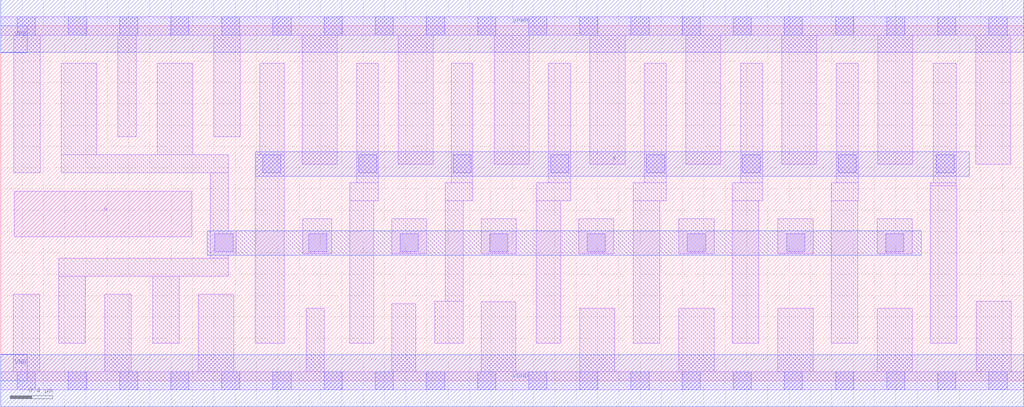
<source format=lef>
# Copyright 2020 The SkyWater PDK Authors
#
# Licensed under the Apache License, Version 2.0 (the "License");
# you may not use this file except in compliance with the License.
# You may obtain a copy of the License at
#
#     https://www.apache.org/licenses/LICENSE-2.0
#
# Unless required by applicable law or agreed to in writing, software
# distributed under the License is distributed on an "AS IS" BASIS,
# WITHOUT WARRANTIES OR CONDITIONS OF ANY KIND, either express or implied.
# See the License for the specific language governing permissions and
# limitations under the License.
#
# SPDX-License-Identifier: Apache-2.0

VERSION 5.5 ;
NAMESCASESENSITIVE ON ;
BUSBITCHARS "[]" ;
DIVIDERCHAR "/" ;
MACRO sky130_fd_sc_ms__clkbuf_16
  CLASS CORE ;
  SOURCE USER ;
  ORIGIN  0.000000  0.000000 ;
  SIZE  9.600000 BY  3.330000 ;
  SYMMETRY X Y ;
  SITE unit ;
  PIN A
    ANTENNAGATEAREA  0.924000 ;
    DIRECTION INPUT ;
    USE SIGNAL ;
    PORT
      LAYER li1 ;
        RECT 0.125000 1.350000 1.795000 1.780000 ;
    END
  END A
  PIN X
    ANTENNADIFFAREA  3.628800 ;
    DIRECTION OUTPUT ;
    USE SIGNAL ;
    PORT
      LAYER met1 ;
        RECT 2.390000 1.920000 9.090000 2.150000 ;
    END
  END X
  PIN VGND
    DIRECTION INOUT ;
    USE GROUND ;
    PORT
      LAYER met1 ;
        RECT 0.000000 -0.245000 9.600000 0.245000 ;
    END
  END VGND
  PIN VNB
    DIRECTION INOUT ;
    USE GROUND ;
    PORT
    END
  END VNB
  PIN VPB
    DIRECTION INOUT ;
    USE POWER ;
    PORT
    END
  END VPB
  PIN VNB
    DIRECTION INOUT ;
    USE GROUND ;
    PORT
      LAYER met1 ;
        RECT 0.000000 0.000000 0.250000 0.250000 ;
    END
  END VNB
  PIN VPB
    DIRECTION INOUT ;
    USE POWER ;
    PORT
      LAYER met1 ;
        RECT 0.000000 3.080000 0.250000 3.330000 ;
    END
  END VPB
  PIN VPWR
    DIRECTION INOUT ;
    USE POWER ;
    PORT
      LAYER met1 ;
        RECT 0.000000 3.085000 9.600000 3.575000 ;
    END
  END VPWR
  OBS
    LAYER li1 ;
      RECT 0.000000 -0.085000 9.600000 0.085000 ;
      RECT 0.000000  3.245000 9.600000 3.415000 ;
      RECT 0.115000  0.085000 0.365000 0.810000 ;
      RECT 0.120000  1.950000 0.370000 3.245000 ;
      RECT 0.545000  0.350000 0.795000 0.980000 ;
      RECT 0.545000  0.980000 2.135000 1.150000 ;
      RECT 0.570000  1.950000 2.135000 2.120000 ;
      RECT 0.570000  2.120000 0.900000 2.980000 ;
      RECT 0.975000  0.085000 1.225000 0.810000 ;
      RECT 1.100000  2.290000 1.270000 3.245000 ;
      RECT 1.425000  0.350000 1.675000 0.980000 ;
      RECT 1.470000  2.120000 1.800000 2.980000 ;
      RECT 1.855000  0.085000 2.185000 0.810000 ;
      RECT 1.965000  1.150000 2.135000 1.180000 ;
      RECT 1.965000  1.180000 2.210000 1.410000 ;
      RECT 1.965000  1.410000 2.135000 1.950000 ;
      RECT 2.000000  2.290000 2.250000 3.245000 ;
      RECT 2.390000  0.350000 2.660000 2.120000 ;
      RECT 2.430000  2.120000 2.660000 2.980000 ;
      RECT 2.830000  2.030000 3.160000 3.245000 ;
      RECT 2.835000  1.190000 3.105000 1.520000 ;
      RECT 2.865000  0.085000 3.035000 0.680000 ;
      RECT 3.275000  0.350000 3.500000 1.690000 ;
      RECT 3.275000  1.690000 3.545000 1.860000 ;
      RECT 3.340000  1.860000 3.545000 2.980000 ;
      RECT 3.670000  0.085000 3.895000 0.725000 ;
      RECT 3.670000  1.190000 4.000000 1.520000 ;
      RECT 3.730000  2.030000 4.060000 3.245000 ;
      RECT 4.075000  0.350000 4.340000 0.745000 ;
      RECT 4.170000  0.745000 4.340000 1.690000 ;
      RECT 4.170000  1.690000 4.430000 1.860000 ;
      RECT 4.230000  1.860000 4.430000 2.980000 ;
      RECT 4.510000  0.085000 4.835000 0.740000 ;
      RECT 4.510000  1.190000 4.840000 1.520000 ;
      RECT 4.630000  2.030000 4.960000 3.245000 ;
      RECT 5.025000  0.350000 5.255000 1.690000 ;
      RECT 5.025000  1.690000 5.350000 1.860000 ;
      RECT 5.140000  1.860000 5.350000 2.980000 ;
      RECT 5.425000  1.190000 5.755000 1.520000 ;
      RECT 5.435000  0.085000 5.765000 0.680000 ;
      RECT 5.530000  2.030000 5.860000 3.245000 ;
      RECT 5.935000  0.350000 6.185000 1.690000 ;
      RECT 5.935000  1.690000 6.245000 1.860000 ;
      RECT 6.040000  1.860000 6.245000 2.980000 ;
      RECT 6.365000  0.085000 6.695000 0.680000 ;
      RECT 6.365000  1.190000 6.695000 1.520000 ;
      RECT 6.430000  2.030000 6.760000 3.245000 ;
      RECT 6.865000  0.350000 7.115000 1.690000 ;
      RECT 6.865000  1.690000 7.150000 1.860000 ;
      RECT 6.945000  1.860000 7.150000 2.980000 ;
      RECT 7.295000  0.085000 7.625000 0.680000 ;
      RECT 7.295000  1.190000 7.625000 1.520000 ;
      RECT 7.330000  2.030000 7.660000 3.245000 ;
      RECT 7.795000  0.350000 8.045000 1.690000 ;
      RECT 7.795000  1.690000 8.050000 1.860000 ;
      RECT 7.840000  1.860000 8.050000 2.980000 ;
      RECT 8.225000  0.085000 8.555000 0.680000 ;
      RECT 8.225000  1.190000 8.555000 1.520000 ;
      RECT 8.230000  2.030000 8.560000 3.245000 ;
      RECT 8.725000  0.350000 8.975000 1.830000 ;
      RECT 8.725000  1.830000 8.970000 1.860000 ;
      RECT 8.750000  1.860000 8.970000 2.980000 ;
      RECT 9.150000  2.030000 9.480000 3.245000 ;
      RECT 9.155000  0.085000 9.485000 0.745000 ;
    LAYER mcon ;
      RECT 0.155000 -0.085000 0.325000 0.085000 ;
      RECT 0.155000  3.245000 0.325000 3.415000 ;
      RECT 0.635000 -0.085000 0.805000 0.085000 ;
      RECT 0.635000  3.245000 0.805000 3.415000 ;
      RECT 1.115000 -0.085000 1.285000 0.085000 ;
      RECT 1.115000  3.245000 1.285000 3.415000 ;
      RECT 1.595000 -0.085000 1.765000 0.085000 ;
      RECT 1.595000  3.245000 1.765000 3.415000 ;
      RECT 2.010000  1.210000 2.180000 1.380000 ;
      RECT 2.075000 -0.085000 2.245000 0.085000 ;
      RECT 2.075000  3.245000 2.245000 3.415000 ;
      RECT 2.460000  1.950000 2.630000 2.120000 ;
      RECT 2.555000 -0.085000 2.725000 0.085000 ;
      RECT 2.555000  3.245000 2.725000 3.415000 ;
      RECT 2.890000  1.210000 3.060000 1.380000 ;
      RECT 3.035000 -0.085000 3.205000 0.085000 ;
      RECT 3.035000  3.245000 3.205000 3.415000 ;
      RECT 3.360000  1.950000 3.530000 2.120000 ;
      RECT 3.515000 -0.085000 3.685000 0.085000 ;
      RECT 3.515000  3.245000 3.685000 3.415000 ;
      RECT 3.750000  1.210000 3.920000 1.380000 ;
      RECT 3.995000 -0.085000 4.165000 0.085000 ;
      RECT 3.995000  3.245000 4.165000 3.415000 ;
      RECT 4.245000  1.950000 4.415000 2.120000 ;
      RECT 4.475000 -0.085000 4.645000 0.085000 ;
      RECT 4.475000  3.245000 4.645000 3.415000 ;
      RECT 4.590000  1.210000 4.760000 1.380000 ;
      RECT 4.955000 -0.085000 5.125000 0.085000 ;
      RECT 4.955000  3.245000 5.125000 3.415000 ;
      RECT 5.160000  1.950000 5.330000 2.120000 ;
      RECT 5.435000 -0.085000 5.605000 0.085000 ;
      RECT 5.435000  3.245000 5.605000 3.415000 ;
      RECT 5.505000  1.210000 5.675000 1.380000 ;
      RECT 5.915000 -0.085000 6.085000 0.085000 ;
      RECT 5.915000  3.245000 6.085000 3.415000 ;
      RECT 6.060000  1.950000 6.230000 2.120000 ;
      RECT 6.395000 -0.085000 6.565000 0.085000 ;
      RECT 6.395000  3.245000 6.565000 3.415000 ;
      RECT 6.445000  1.210000 6.615000 1.380000 ;
      RECT 6.875000 -0.085000 7.045000 0.085000 ;
      RECT 6.875000  3.245000 7.045000 3.415000 ;
      RECT 6.960000  1.950000 7.130000 2.120000 ;
      RECT 7.355000 -0.085000 7.525000 0.085000 ;
      RECT 7.355000  3.245000 7.525000 3.415000 ;
      RECT 7.375000  1.210000 7.545000 1.380000 ;
      RECT 7.835000 -0.085000 8.005000 0.085000 ;
      RECT 7.835000  3.245000 8.005000 3.415000 ;
      RECT 7.860000  1.950000 8.030000 2.120000 ;
      RECT 8.305000  1.210000 8.475000 1.380000 ;
      RECT 8.315000 -0.085000 8.485000 0.085000 ;
      RECT 8.315000  3.245000 8.485000 3.415000 ;
      RECT 8.780000  1.950000 8.950000 2.120000 ;
      RECT 8.795000 -0.085000 8.965000 0.085000 ;
      RECT 8.795000  3.245000 8.965000 3.415000 ;
      RECT 9.275000 -0.085000 9.445000 0.085000 ;
      RECT 9.275000  3.245000 9.445000 3.415000 ;
    LAYER met1 ;
      RECT 1.940000 1.180000 8.640000 1.410000 ;
  END
END sky130_fd_sc_ms__clkbuf_16
END LIBRARY

</source>
